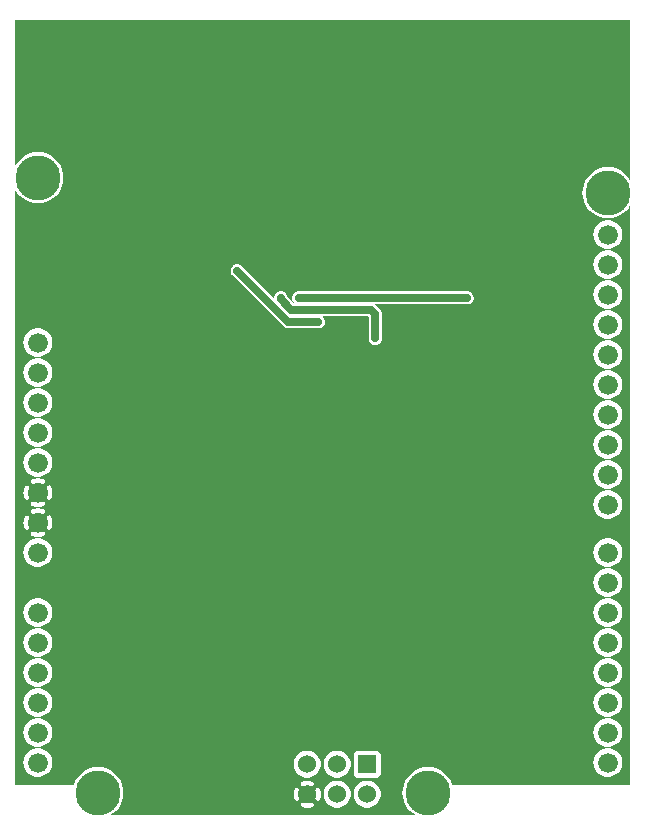
<source format=gbr>
G04 start of page 3 for group 1 idx 1 *
G04 Title: (unknown), solder *
G04 Creator: pcb 4.0.2 *
G04 CreationDate: Thu Oct 28 20:11:09 2021 UTC *
G04 For: ndholmes *
G04 Format: Gerber/RS-274X *
G04 PCB-Dimensions (mil): 2100.00 2700.00 *
G04 PCB-Coordinate-Origin: lower left *
%MOIN*%
%FSLAX25Y25*%
%LNBOTTOM*%
%ADD28C,0.1285*%
%ADD27C,0.0380*%
%ADD26C,0.0120*%
%ADD25C,0.0240*%
%ADD24C,0.0600*%
%ADD23C,0.1500*%
%ADD22C,0.0660*%
%ADD21C,0.0250*%
%ADD20C,0.0001*%
G54D20*G36*
X13876Y115000D02*X22500D01*
Y95000D01*
X13876D01*
Y97635D01*
X13978Y97666D01*
X14085Y97717D01*
X14182Y97784D01*
X14267Y97866D01*
X14339Y97960D01*
X14392Y98065D01*
X14557Y98476D01*
X14678Y98902D01*
X14759Y99337D01*
X14800Y99778D01*
Y100222D01*
X14759Y100663D01*
X14678Y101098D01*
X14557Y101524D01*
X14397Y101937D01*
X14342Y102042D01*
X14270Y102137D01*
X14184Y102219D01*
X14087Y102286D01*
X13980Y102338D01*
X13876Y102369D01*
Y107635D01*
X13978Y107666D01*
X14085Y107717D01*
X14182Y107784D01*
X14267Y107866D01*
X14339Y107960D01*
X14392Y108065D01*
X14557Y108476D01*
X14678Y108902D01*
X14759Y109337D01*
X14800Y109778D01*
Y110222D01*
X14759Y110663D01*
X14678Y111098D01*
X14557Y111524D01*
X14397Y111937D01*
X14342Y112042D01*
X14270Y112137D01*
X14184Y112219D01*
X14087Y112286D01*
X13980Y112338D01*
X13876Y112369D01*
Y115000D01*
G37*
G36*
X10002D02*X13876D01*
Y112369D01*
X13866Y112372D01*
X13749Y112388D01*
X13630Y112385D01*
X13513Y112364D01*
X13401Y112325D01*
X13297Y112268D01*
X13203Y112197D01*
X13121Y112111D01*
X13053Y112013D01*
X13002Y111907D01*
X12967Y111793D01*
X12952Y111675D01*
X12954Y111557D01*
X12975Y111440D01*
X13017Y111329D01*
X13130Y111047D01*
X13213Y110754D01*
X13268Y110455D01*
X13296Y110152D01*
Y109848D01*
X13268Y109545D01*
X13213Y109246D01*
X13130Y108953D01*
X13020Y108669D01*
X12979Y108559D01*
X12958Y108443D01*
X12955Y108325D01*
X12971Y108208D01*
X13005Y108095D01*
X13056Y107988D01*
X13123Y107891D01*
X13205Y107806D01*
X13299Y107734D01*
X13403Y107679D01*
X13514Y107640D01*
X13630Y107618D01*
X13748Y107616D01*
X13865Y107632D01*
X13876Y107635D01*
Y102369D01*
X13866Y102372D01*
X13749Y102388D01*
X13630Y102385D01*
X13513Y102364D01*
X13401Y102325D01*
X13297Y102268D01*
X13203Y102197D01*
X13121Y102111D01*
X13053Y102013D01*
X13002Y101907D01*
X12967Y101793D01*
X12952Y101675D01*
X12954Y101557D01*
X12975Y101440D01*
X13017Y101329D01*
X13130Y101047D01*
X13213Y100754D01*
X13268Y100455D01*
X13296Y100152D01*
Y99848D01*
X13268Y99545D01*
X13213Y99246D01*
X13130Y98953D01*
X13020Y98669D01*
X12979Y98559D01*
X12958Y98443D01*
X12955Y98325D01*
X12971Y98208D01*
X13005Y98095D01*
X13056Y97988D01*
X13123Y97891D01*
X13205Y97806D01*
X13299Y97734D01*
X13403Y97679D01*
X13514Y97640D01*
X13630Y97618D01*
X13748Y97616D01*
X13865Y97632D01*
X13876Y97635D01*
Y95000D01*
X10002D01*
Y95200D01*
X10222D01*
X10663Y95241D01*
X11098Y95322D01*
X11524Y95443D01*
X11937Y95603D01*
X12042Y95658D01*
X12137Y95730D01*
X12219Y95816D01*
X12286Y95913D01*
X12338Y96020D01*
X12372Y96134D01*
X12388Y96251D01*
X12385Y96370D01*
X12364Y96487D01*
X12325Y96599D01*
X12268Y96703D01*
X12197Y96797D01*
X12111Y96879D01*
X12013Y96947D01*
X11907Y96998D01*
X11793Y97033D01*
X11675Y97048D01*
X11557Y97046D01*
X11440Y97025D01*
X11329Y96983D01*
X11047Y96870D01*
X10754Y96787D01*
X10455Y96732D01*
X10152Y96704D01*
X10002D01*
Y103296D01*
X10152D01*
X10455Y103268D01*
X10754Y103213D01*
X11047Y103130D01*
X11331Y103020D01*
X11441Y102979D01*
X11557Y102958D01*
X11675Y102955D01*
X11792Y102971D01*
X11905Y103005D01*
X12012Y103056D01*
X12109Y103123D01*
X12194Y103205D01*
X12266Y103299D01*
X12321Y103403D01*
X12360Y103514D01*
X12382Y103630D01*
X12384Y103748D01*
X12368Y103865D01*
X12334Y103978D01*
X12283Y104085D01*
X12216Y104182D01*
X12134Y104267D01*
X12040Y104339D01*
X11935Y104392D01*
X11524Y104557D01*
X11098Y104678D01*
X10663Y104759D01*
X10222Y104800D01*
X10002D01*
Y105200D01*
X10222D01*
X10663Y105241D01*
X11098Y105322D01*
X11524Y105443D01*
X11937Y105603D01*
X12042Y105658D01*
X12137Y105730D01*
X12219Y105816D01*
X12286Y105913D01*
X12338Y106020D01*
X12372Y106134D01*
X12388Y106251D01*
X12385Y106370D01*
X12364Y106487D01*
X12325Y106599D01*
X12268Y106703D01*
X12197Y106797D01*
X12111Y106879D01*
X12013Y106947D01*
X11907Y106998D01*
X11793Y107033D01*
X11675Y107048D01*
X11557Y107046D01*
X11440Y107025D01*
X11329Y106983D01*
X11047Y106870D01*
X10754Y106787D01*
X10455Y106732D01*
X10152Y106704D01*
X10002D01*
Y113296D01*
X10152D01*
X10455Y113268D01*
X10754Y113213D01*
X11047Y113130D01*
X11331Y113020D01*
X11441Y112979D01*
X11557Y112958D01*
X11675Y112955D01*
X11792Y112971D01*
X11905Y113005D01*
X12012Y113056D01*
X12109Y113123D01*
X12194Y113205D01*
X12266Y113299D01*
X12321Y113403D01*
X12360Y113514D01*
X12382Y113630D01*
X12384Y113748D01*
X12368Y113865D01*
X12334Y113978D01*
X12283Y114085D01*
X12216Y114182D01*
X12134Y114267D01*
X12040Y114339D01*
X11935Y114392D01*
X11524Y114557D01*
X11098Y114678D01*
X10663Y114759D01*
X10222Y114800D01*
X10002D01*
Y115000D01*
G37*
G36*
X6124D02*X10002D01*
Y114800D01*
X9778D01*
X9337Y114759D01*
X8902Y114678D01*
X8476Y114557D01*
X8063Y114397D01*
X7958Y114342D01*
X7863Y114270D01*
X7781Y114184D01*
X7714Y114087D01*
X7662Y113980D01*
X7628Y113866D01*
X7612Y113749D01*
X7615Y113630D01*
X7636Y113513D01*
X7675Y113401D01*
X7732Y113297D01*
X7803Y113203D01*
X7889Y113121D01*
X7987Y113053D01*
X8093Y113002D01*
X8207Y112967D01*
X8325Y112952D01*
X8443Y112954D01*
X8560Y112975D01*
X8671Y113017D01*
X8953Y113130D01*
X9246Y113213D01*
X9545Y113268D01*
X9848Y113296D01*
X10002D01*
Y106704D01*
X9848D01*
X9545Y106732D01*
X9246Y106787D01*
X8953Y106870D01*
X8669Y106980D01*
X8559Y107021D01*
X8443Y107042D01*
X8325Y107045D01*
X8208Y107029D01*
X8095Y106995D01*
X7988Y106944D01*
X7891Y106877D01*
X7806Y106795D01*
X7734Y106701D01*
X7679Y106597D01*
X7640Y106486D01*
X7618Y106370D01*
X7616Y106252D01*
X7632Y106135D01*
X7666Y106022D01*
X7717Y105915D01*
X7784Y105818D01*
X7866Y105733D01*
X7960Y105661D01*
X8065Y105608D01*
X8476Y105443D01*
X8902Y105322D01*
X9337Y105241D01*
X9778Y105200D01*
X10002D01*
Y104800D01*
X9778D01*
X9337Y104759D01*
X8902Y104678D01*
X8476Y104557D01*
X8063Y104397D01*
X7958Y104342D01*
X7863Y104270D01*
X7781Y104184D01*
X7714Y104087D01*
X7662Y103980D01*
X7628Y103866D01*
X7612Y103749D01*
X7615Y103630D01*
X7636Y103513D01*
X7675Y103401D01*
X7732Y103297D01*
X7803Y103203D01*
X7889Y103121D01*
X7987Y103053D01*
X8093Y103002D01*
X8207Y102967D01*
X8325Y102952D01*
X8443Y102954D01*
X8560Y102975D01*
X8671Y103017D01*
X8953Y103130D01*
X9246Y103213D01*
X9545Y103268D01*
X9848Y103296D01*
X10002D01*
Y96704D01*
X9848D01*
X9545Y96732D01*
X9246Y96787D01*
X8953Y96870D01*
X8669Y96980D01*
X8559Y97021D01*
X8443Y97042D01*
X8325Y97045D01*
X8208Y97029D01*
X8095Y96995D01*
X7988Y96944D01*
X7891Y96877D01*
X7806Y96795D01*
X7734Y96701D01*
X7679Y96597D01*
X7640Y96486D01*
X7618Y96370D01*
X7616Y96252D01*
X7632Y96135D01*
X7666Y96022D01*
X7717Y95915D01*
X7784Y95818D01*
X7866Y95733D01*
X7960Y95661D01*
X8065Y95608D01*
X8476Y95443D01*
X8902Y95322D01*
X9337Y95241D01*
X9778Y95200D01*
X10002D01*
Y95000D01*
X6124D01*
Y97631D01*
X6134Y97628D01*
X6251Y97612D01*
X6370Y97615D01*
X6487Y97636D01*
X6599Y97675D01*
X6703Y97732D01*
X6797Y97803D01*
X6879Y97889D01*
X6947Y97987D01*
X6998Y98093D01*
X7033Y98207D01*
X7048Y98325D01*
X7046Y98443D01*
X7025Y98560D01*
X6983Y98671D01*
X6870Y98953D01*
X6787Y99246D01*
X6732Y99545D01*
X6704Y99848D01*
Y100152D01*
X6732Y100455D01*
X6787Y100754D01*
X6870Y101047D01*
X6980Y101331D01*
X7021Y101441D01*
X7042Y101557D01*
X7045Y101675D01*
X7029Y101792D01*
X6995Y101905D01*
X6944Y102012D01*
X6877Y102109D01*
X6795Y102194D01*
X6701Y102266D01*
X6597Y102321D01*
X6486Y102360D01*
X6370Y102382D01*
X6252Y102384D01*
X6135Y102368D01*
X6124Y102365D01*
Y107631D01*
X6134Y107628D01*
X6251Y107612D01*
X6370Y107615D01*
X6487Y107636D01*
X6599Y107675D01*
X6703Y107732D01*
X6797Y107803D01*
X6879Y107889D01*
X6947Y107987D01*
X6998Y108093D01*
X7033Y108207D01*
X7048Y108325D01*
X7046Y108443D01*
X7025Y108560D01*
X6983Y108671D01*
X6870Y108953D01*
X6787Y109246D01*
X6732Y109545D01*
X6704Y109848D01*
Y110152D01*
X6732Y110455D01*
X6787Y110754D01*
X6870Y111047D01*
X6980Y111331D01*
X7021Y111441D01*
X7042Y111557D01*
X7045Y111675D01*
X7029Y111792D01*
X6995Y111905D01*
X6944Y112012D01*
X6877Y112109D01*
X6795Y112194D01*
X6701Y112266D01*
X6597Y112321D01*
X6486Y112360D01*
X6370Y112382D01*
X6252Y112384D01*
X6135Y112368D01*
X6124Y112365D01*
Y115000D01*
G37*
G36*
X4500D02*X6124D01*
Y112365D01*
X6022Y112334D01*
X5915Y112283D01*
X5818Y112216D01*
X5733Y112134D01*
X5661Y112040D01*
X5608Y111935D01*
X5443Y111524D01*
X5322Y111098D01*
X5241Y110663D01*
X5200Y110222D01*
Y109778D01*
X5241Y109337D01*
X5322Y108902D01*
X5443Y108476D01*
X5603Y108063D01*
X5658Y107958D01*
X5730Y107863D01*
X5816Y107781D01*
X5913Y107714D01*
X6020Y107662D01*
X6124Y107631D01*
Y102365D01*
X6022Y102334D01*
X5915Y102283D01*
X5818Y102216D01*
X5733Y102134D01*
X5661Y102040D01*
X5608Y101935D01*
X5443Y101524D01*
X5322Y101098D01*
X5241Y100663D01*
X5200Y100222D01*
Y99778D01*
X5241Y99337D01*
X5322Y98902D01*
X5443Y98476D01*
X5603Y98063D01*
X5658Y97958D01*
X5730Y97863D01*
X5816Y97781D01*
X5913Y97714D01*
X6020Y97662D01*
X6124Y97631D01*
Y95000D01*
X4500D01*
Y115000D01*
G37*
G36*
X119796Y14955D02*X123039Y14963D01*
X123268Y15018D01*
X123486Y15108D01*
X123688Y15232D01*
X123867Y15385D01*
X124020Y15564D01*
X124144Y15766D01*
X124234Y15984D01*
X124289Y16213D01*
X124303Y16449D01*
X124291Y22000D01*
X140000D01*
Y18526D01*
X138666Y18421D01*
X137365Y18109D01*
X136129Y17597D01*
X134988Y16898D01*
X133971Y16029D01*
X133102Y15012D01*
X132403Y13871D01*
X131891Y12635D01*
X131579Y11334D01*
X131474Y10000D01*
X131579Y8666D01*
X131891Y7365D01*
X132403Y6129D01*
X133102Y4988D01*
X133971Y3971D01*
X134988Y3102D01*
X135971Y2500D01*
X119796D01*
Y4935D01*
X119803Y4935D01*
X120509Y4991D01*
X121198Y5156D01*
X121852Y5427D01*
X122456Y5797D01*
X122995Y6257D01*
X123455Y6796D01*
X123825Y7400D01*
X124096Y8054D01*
X124261Y8743D01*
X124303Y9449D01*
X124261Y10155D01*
X124096Y10844D01*
X123825Y11498D01*
X123455Y12102D01*
X122995Y12641D01*
X122456Y13101D01*
X121852Y13471D01*
X121198Y13742D01*
X120509Y13907D01*
X119803Y13963D01*
X119796Y13962D01*
Y14955D01*
G37*
G36*
X109796Y14935D02*X109803Y14935D01*
X110509Y14991D01*
X111198Y15156D01*
X111852Y15427D01*
X112456Y15797D01*
X112995Y16257D01*
X113455Y16796D01*
X113825Y17400D01*
X114096Y18054D01*
X114261Y18743D01*
X114303Y19449D01*
X114261Y20155D01*
X114096Y20844D01*
X113825Y21498D01*
X113517Y22000D01*
X115304D01*
X115317Y16213D01*
X115372Y15984D01*
X115463Y15766D01*
X115586Y15564D01*
X115739Y15385D01*
X115919Y15232D01*
X116120Y15108D01*
X116338Y15018D01*
X116568Y14963D01*
X116803Y14949D01*
X119796Y14955D01*
Y13962D01*
X119097Y13907D01*
X118408Y13742D01*
X117754Y13471D01*
X117150Y13101D01*
X116611Y12641D01*
X116151Y12102D01*
X115781Y11498D01*
X115510Y10844D01*
X115345Y10155D01*
X115289Y9449D01*
X115345Y8743D01*
X115510Y8054D01*
X115781Y7400D01*
X116151Y6796D01*
X116611Y6257D01*
X117150Y5797D01*
X117754Y5427D01*
X118408Y5156D01*
X119097Y4991D01*
X119796Y4935D01*
Y2500D01*
X109796D01*
Y4935D01*
X109803Y4935D01*
X110509Y4991D01*
X111198Y5156D01*
X111852Y5427D01*
X112456Y5797D01*
X112995Y6257D01*
X113455Y6796D01*
X113825Y7400D01*
X114096Y8054D01*
X114261Y8743D01*
X114303Y9449D01*
X114261Y10155D01*
X114096Y10844D01*
X113825Y11498D01*
X113455Y12102D01*
X112995Y12641D01*
X112456Y13101D01*
X111852Y13471D01*
X111198Y13742D01*
X110509Y13907D01*
X109803Y13963D01*
X109796Y13962D01*
Y14935D01*
G37*
G36*
X103416Y16750D02*X103455Y16796D01*
X103825Y17400D01*
X104096Y18054D01*
X104261Y18743D01*
X104303Y19449D01*
X104261Y20155D01*
X104096Y20844D01*
X103825Y21498D01*
X103517Y22000D01*
X106089D01*
X105781Y21498D01*
X105510Y20844D01*
X105345Y20155D01*
X105289Y19449D01*
X105345Y18743D01*
X105510Y18054D01*
X105781Y17400D01*
X106151Y16796D01*
X106611Y16257D01*
X107150Y15797D01*
X107754Y15427D01*
X108408Y15156D01*
X109097Y14991D01*
X109796Y14935D01*
Y13962D01*
X109097Y13907D01*
X108408Y13742D01*
X107754Y13471D01*
X107150Y13101D01*
X106611Y12641D01*
X106151Y12102D01*
X105781Y11498D01*
X105510Y10844D01*
X105345Y10155D01*
X105289Y9449D01*
X105345Y8743D01*
X105510Y8054D01*
X105781Y7400D01*
X106151Y6796D01*
X106611Y6257D01*
X107150Y5797D01*
X107754Y5427D01*
X108408Y5156D01*
X109097Y4991D01*
X109796Y4935D01*
Y2500D01*
X103416D01*
Y7302D01*
X103459Y7309D01*
X103571Y7346D01*
X103676Y7401D01*
X103771Y7471D01*
X103854Y7555D01*
X103922Y7651D01*
X103973Y7757D01*
X104121Y8165D01*
X104225Y8586D01*
X104287Y9015D01*
X104308Y9449D01*
X104287Y9882D01*
X104225Y10312D01*
X104121Y10733D01*
X103978Y11142D01*
X103925Y11249D01*
X103856Y11345D01*
X103773Y11430D01*
X103678Y11500D01*
X103572Y11555D01*
X103460Y11592D01*
X103416Y11599D01*
Y16750D01*
G37*
G36*
X99805Y14935D02*X100509Y14991D01*
X101198Y15156D01*
X101852Y15427D01*
X102456Y15797D01*
X102995Y16257D01*
X103416Y16750D01*
Y11599D01*
X103343Y11612D01*
X103224Y11612D01*
X103107Y11595D01*
X102994Y11559D01*
X102888Y11506D01*
X102791Y11437D01*
X102707Y11354D01*
X102637Y11258D01*
X102582Y11153D01*
X102544Y11040D01*
X102525Y10923D01*
X102524Y10805D01*
X102542Y10687D01*
X102580Y10575D01*
X102679Y10304D01*
X102748Y10023D01*
X102789Y9737D01*
X102803Y9449D01*
X102789Y9160D01*
X102748Y8874D01*
X102679Y8594D01*
X102583Y8321D01*
X102545Y8209D01*
X102528Y8093D01*
X102529Y7975D01*
X102548Y7858D01*
X102585Y7746D01*
X102640Y7641D01*
X102710Y7546D01*
X102794Y7463D01*
X102890Y7395D01*
X102995Y7342D01*
X103108Y7306D01*
X103225Y7289D01*
X103343Y7290D01*
X103416Y7302D01*
Y2500D01*
X99805D01*
Y4944D01*
X100237Y4964D01*
X100666Y5027D01*
X101087Y5130D01*
X101497Y5274D01*
X101603Y5327D01*
X101700Y5396D01*
X101784Y5479D01*
X101854Y5574D01*
X101909Y5680D01*
X101946Y5792D01*
X101966Y5909D01*
X101967Y6028D01*
X101949Y6145D01*
X101913Y6258D01*
X101860Y6364D01*
X101791Y6461D01*
X101708Y6545D01*
X101612Y6615D01*
X101507Y6670D01*
X101395Y6708D01*
X101278Y6727D01*
X101159Y6728D01*
X101042Y6710D01*
X100930Y6672D01*
X100658Y6573D01*
X100378Y6504D01*
X100092Y6463D01*
X99805Y6449D01*
Y12449D01*
X100092Y12435D01*
X100378Y12393D01*
X100658Y12324D01*
X100931Y12229D01*
X101043Y12191D01*
X101159Y12173D01*
X101277Y12174D01*
X101394Y12194D01*
X101506Y12231D01*
X101611Y12285D01*
X101706Y12355D01*
X101788Y12439D01*
X101857Y12535D01*
X101910Y12641D01*
X101946Y12753D01*
X101963Y12870D01*
X101962Y12988D01*
X101943Y13105D01*
X101906Y13217D01*
X101851Y13322D01*
X101781Y13417D01*
X101697Y13499D01*
X101601Y13568D01*
X101495Y13619D01*
X101087Y13767D01*
X100666Y13871D01*
X100237Y13933D01*
X99805Y13954D01*
Y14935D01*
G37*
G36*
X96190Y16750D02*X96611Y16257D01*
X97150Y15797D01*
X97754Y15427D01*
X98408Y15156D01*
X99097Y14991D01*
X99803Y14935D01*
X99805Y14935D01*
Y13954D01*
X99803Y13954D01*
X99370Y13933D01*
X98940Y13871D01*
X98519Y13767D01*
X98110Y13624D01*
X98003Y13571D01*
X97907Y13502D01*
X97822Y13419D01*
X97752Y13323D01*
X97697Y13218D01*
X97660Y13106D01*
X97640Y12989D01*
X97640Y12870D01*
X97657Y12753D01*
X97693Y12640D01*
X97746Y12534D01*
X97815Y12437D01*
X97898Y12353D01*
X97994Y12282D01*
X98099Y12228D01*
X98212Y12190D01*
X98329Y12171D01*
X98447Y12170D01*
X98564Y12188D01*
X98677Y12226D01*
X98948Y12324D01*
X99229Y12393D01*
X99515Y12435D01*
X99803Y12449D01*
X99805Y12449D01*
Y6449D01*
X99803Y6449D01*
X99515Y6463D01*
X99229Y6504D01*
X98948Y6573D01*
X98675Y6669D01*
X98564Y6707D01*
X98447Y6724D01*
X98329Y6723D01*
X98212Y6704D01*
X98100Y6667D01*
X97996Y6612D01*
X97901Y6542D01*
X97818Y6458D01*
X97749Y6362D01*
X97696Y6257D01*
X97661Y6144D01*
X97643Y6027D01*
X97644Y5909D01*
X97663Y5793D01*
X97700Y5681D01*
X97755Y5576D01*
X97825Y5481D01*
X97909Y5398D01*
X98005Y5330D01*
X98111Y5279D01*
X98519Y5130D01*
X98940Y5027D01*
X99370Y4964D01*
X99803Y4944D01*
X99805Y4944D01*
Y2500D01*
X96190D01*
Y7298D01*
X96263Y7286D01*
X96382Y7285D01*
X96499Y7303D01*
X96612Y7339D01*
X96718Y7392D01*
X96815Y7461D01*
X96899Y7544D01*
X96970Y7639D01*
X97024Y7745D01*
X97062Y7857D01*
X97081Y7974D01*
X97082Y8093D01*
X97064Y8210D01*
X97026Y8322D01*
X96928Y8594D01*
X96859Y8874D01*
X96817Y9160D01*
X96803Y9449D01*
X96817Y9737D01*
X96859Y10023D01*
X96928Y10304D01*
X97023Y10577D01*
X97061Y10688D01*
X97079Y10805D01*
X97078Y10923D01*
X97058Y11040D01*
X97021Y11152D01*
X96967Y11256D01*
X96897Y11351D01*
X96813Y11434D01*
X96717Y11503D01*
X96611Y11556D01*
X96498Y11591D01*
X96382Y11609D01*
X96264Y11608D01*
X96190Y11596D01*
Y16750D01*
G37*
G36*
X30000Y22000D02*X96089D01*
X95781Y21498D01*
X95510Y20844D01*
X95345Y20155D01*
X95289Y19449D01*
X95345Y18743D01*
X95510Y18054D01*
X95781Y17400D01*
X96151Y16796D01*
X96190Y16750D01*
Y11596D01*
X96147Y11589D01*
X96035Y11551D01*
X95930Y11497D01*
X95835Y11427D01*
X95753Y11343D01*
X95684Y11247D01*
X95633Y11140D01*
X95485Y10733D01*
X95381Y10312D01*
X95319Y9882D01*
X95298Y9449D01*
X95319Y9015D01*
X95381Y8586D01*
X95485Y8165D01*
X95628Y7755D01*
X95681Y7649D01*
X95750Y7552D01*
X95833Y7468D01*
X95929Y7398D01*
X96034Y7343D01*
X96146Y7305D01*
X96190Y7298D01*
Y2500D01*
X34029D01*
X35012Y3102D01*
X36029Y3971D01*
X36898Y4988D01*
X37597Y6129D01*
X38109Y7365D01*
X38421Y8666D01*
X38500Y10000D01*
X38421Y11334D01*
X38109Y12635D01*
X37597Y13871D01*
X36898Y15012D01*
X36029Y16029D01*
X35012Y16898D01*
X33871Y17597D01*
X32635Y18109D01*
X31334Y18421D01*
X30000Y18526D01*
Y22000D01*
G37*
G36*
X199993Y201474D02*X200000Y201474D01*
X201334Y201579D01*
X202635Y201891D01*
X203871Y202403D01*
X205012Y203102D01*
X206029Y203971D01*
X206898Y204988D01*
X207500Y205971D01*
Y12500D01*
X199993D01*
Y15186D01*
X200000Y15185D01*
X200753Y15244D01*
X201488Y15421D01*
X202186Y15710D01*
X202830Y16105D01*
X203405Y16595D01*
X203895Y17170D01*
X204290Y17814D01*
X204579Y18512D01*
X204756Y19247D01*
X204800Y20000D01*
X204756Y20753D01*
X204579Y21488D01*
X204290Y22186D01*
X203895Y22830D01*
X203405Y23405D01*
X202830Y23895D01*
X202186Y24290D01*
X201488Y24579D01*
X200753Y24756D01*
X200000Y24815D01*
X199993Y24814D01*
Y25186D01*
X200000Y25185D01*
X200753Y25244D01*
X201488Y25421D01*
X202186Y25710D01*
X202830Y26105D01*
X203405Y26595D01*
X203895Y27170D01*
X204290Y27814D01*
X204579Y28512D01*
X204756Y29247D01*
X204800Y30000D01*
X204756Y30753D01*
X204579Y31488D01*
X204290Y32186D01*
X203895Y32830D01*
X203405Y33405D01*
X202830Y33895D01*
X202186Y34290D01*
X201488Y34579D01*
X200753Y34756D01*
X200000Y34815D01*
X199993Y34814D01*
Y35186D01*
X200000Y35185D01*
X200753Y35244D01*
X201488Y35421D01*
X202186Y35710D01*
X202830Y36105D01*
X203405Y36595D01*
X203895Y37170D01*
X204290Y37814D01*
X204579Y38512D01*
X204756Y39247D01*
X204800Y40000D01*
X204756Y40753D01*
X204579Y41488D01*
X204290Y42186D01*
X203895Y42830D01*
X203405Y43405D01*
X202830Y43895D01*
X202186Y44290D01*
X201488Y44579D01*
X200753Y44756D01*
X200000Y44815D01*
X199993Y44814D01*
Y45186D01*
X200000Y45185D01*
X200753Y45244D01*
X201488Y45421D01*
X202186Y45710D01*
X202830Y46105D01*
X203405Y46595D01*
X203895Y47170D01*
X204290Y47814D01*
X204579Y48512D01*
X204756Y49247D01*
X204800Y50000D01*
X204756Y50753D01*
X204579Y51488D01*
X204290Y52186D01*
X203895Y52830D01*
X203405Y53405D01*
X202830Y53895D01*
X202186Y54290D01*
X201488Y54579D01*
X200753Y54756D01*
X200000Y54815D01*
X199993Y54814D01*
Y55186D01*
X200000Y55185D01*
X200753Y55244D01*
X201488Y55421D01*
X202186Y55710D01*
X202830Y56105D01*
X203405Y56595D01*
X203895Y57170D01*
X204290Y57814D01*
X204579Y58512D01*
X204756Y59247D01*
X204800Y60000D01*
X204756Y60753D01*
X204579Y61488D01*
X204290Y62186D01*
X203895Y62830D01*
X203405Y63405D01*
X202830Y63895D01*
X202186Y64290D01*
X201488Y64579D01*
X200753Y64756D01*
X200000Y64815D01*
X199993Y64814D01*
Y65186D01*
X200000Y65185D01*
X200753Y65244D01*
X201488Y65421D01*
X202186Y65710D01*
X202830Y66105D01*
X203405Y66595D01*
X203895Y67170D01*
X204290Y67814D01*
X204579Y68512D01*
X204756Y69247D01*
X204800Y70000D01*
X204756Y70753D01*
X204579Y71488D01*
X204290Y72186D01*
X203895Y72830D01*
X203405Y73405D01*
X202830Y73895D01*
X202186Y74290D01*
X201488Y74579D01*
X200753Y74756D01*
X200000Y74815D01*
X199993Y74814D01*
Y75186D01*
X200000Y75185D01*
X200753Y75244D01*
X201488Y75421D01*
X202186Y75710D01*
X202830Y76105D01*
X203405Y76595D01*
X203895Y77170D01*
X204290Y77814D01*
X204579Y78512D01*
X204756Y79247D01*
X204800Y80000D01*
X204756Y80753D01*
X204579Y81488D01*
X204290Y82186D01*
X203895Y82830D01*
X203405Y83405D01*
X202830Y83895D01*
X202186Y84290D01*
X201488Y84579D01*
X200753Y84756D01*
X200000Y84815D01*
X199993Y84814D01*
Y85186D01*
X200000Y85185D01*
X200753Y85244D01*
X201488Y85421D01*
X202186Y85710D01*
X202830Y86105D01*
X203405Y86595D01*
X203895Y87170D01*
X204290Y87814D01*
X204579Y88512D01*
X204756Y89247D01*
X204800Y90000D01*
X204756Y90753D01*
X204579Y91488D01*
X204290Y92186D01*
X203895Y92830D01*
X203405Y93405D01*
X202830Y93895D01*
X202186Y94290D01*
X201488Y94579D01*
X200753Y94756D01*
X200000Y94815D01*
X199993Y94814D01*
Y101186D01*
X200000Y101185D01*
X200753Y101244D01*
X201488Y101421D01*
X202186Y101710D01*
X202830Y102105D01*
X203405Y102595D01*
X203895Y103170D01*
X204290Y103814D01*
X204579Y104512D01*
X204756Y105247D01*
X204800Y106000D01*
X204756Y106753D01*
X204579Y107488D01*
X204290Y108186D01*
X203895Y108830D01*
X203405Y109405D01*
X202830Y109895D01*
X202186Y110290D01*
X201488Y110579D01*
X200753Y110756D01*
X200000Y110815D01*
X199993Y110814D01*
Y111186D01*
X200000Y111185D01*
X200753Y111244D01*
X201488Y111421D01*
X202186Y111710D01*
X202830Y112105D01*
X203405Y112595D01*
X203895Y113170D01*
X204290Y113814D01*
X204579Y114512D01*
X204756Y115247D01*
X204800Y116000D01*
X204756Y116753D01*
X204579Y117488D01*
X204290Y118186D01*
X203895Y118830D01*
X203405Y119405D01*
X202830Y119895D01*
X202186Y120290D01*
X201488Y120579D01*
X200753Y120756D01*
X200000Y120815D01*
X199993Y120814D01*
Y121186D01*
X200000Y121185D01*
X200753Y121244D01*
X201488Y121421D01*
X202186Y121710D01*
X202830Y122105D01*
X203405Y122595D01*
X203895Y123170D01*
X204290Y123814D01*
X204579Y124512D01*
X204756Y125247D01*
X204800Y126000D01*
X204756Y126753D01*
X204579Y127488D01*
X204290Y128186D01*
X203895Y128830D01*
X203405Y129405D01*
X202830Y129895D01*
X202186Y130290D01*
X201488Y130579D01*
X200753Y130756D01*
X200000Y130815D01*
X199993Y130814D01*
Y131186D01*
X200000Y131185D01*
X200753Y131244D01*
X201488Y131421D01*
X202186Y131710D01*
X202830Y132105D01*
X203405Y132595D01*
X203895Y133170D01*
X204290Y133814D01*
X204579Y134512D01*
X204756Y135247D01*
X204800Y136000D01*
X204756Y136753D01*
X204579Y137488D01*
X204290Y138186D01*
X203895Y138830D01*
X203405Y139405D01*
X202830Y139895D01*
X202186Y140290D01*
X201488Y140579D01*
X200753Y140756D01*
X200000Y140815D01*
X199993Y140814D01*
Y141186D01*
X200000Y141185D01*
X200753Y141244D01*
X201488Y141421D01*
X202186Y141710D01*
X202830Y142105D01*
X203405Y142595D01*
X203895Y143170D01*
X204290Y143814D01*
X204579Y144512D01*
X204756Y145247D01*
X204800Y146000D01*
X204756Y146753D01*
X204579Y147488D01*
X204290Y148186D01*
X203895Y148830D01*
X203405Y149405D01*
X202830Y149895D01*
X202186Y150290D01*
X201488Y150579D01*
X200753Y150756D01*
X200000Y150815D01*
X199993Y150814D01*
Y151186D01*
X200000Y151185D01*
X200753Y151244D01*
X201488Y151421D01*
X202186Y151710D01*
X202830Y152105D01*
X203405Y152595D01*
X203895Y153170D01*
X204290Y153814D01*
X204579Y154512D01*
X204756Y155247D01*
X204800Y156000D01*
X204756Y156753D01*
X204579Y157488D01*
X204290Y158186D01*
X203895Y158830D01*
X203405Y159405D01*
X202830Y159895D01*
X202186Y160290D01*
X201488Y160579D01*
X200753Y160756D01*
X200000Y160815D01*
X199993Y160814D01*
Y161186D01*
X200000Y161185D01*
X200753Y161244D01*
X201488Y161421D01*
X202186Y161710D01*
X202830Y162105D01*
X203405Y162595D01*
X203895Y163170D01*
X204290Y163814D01*
X204579Y164512D01*
X204756Y165247D01*
X204800Y166000D01*
X204756Y166753D01*
X204579Y167488D01*
X204290Y168186D01*
X203895Y168830D01*
X203405Y169405D01*
X202830Y169895D01*
X202186Y170290D01*
X201488Y170579D01*
X200753Y170756D01*
X200000Y170815D01*
X199993Y170814D01*
Y171186D01*
X200000Y171185D01*
X200753Y171244D01*
X201488Y171421D01*
X202186Y171710D01*
X202830Y172105D01*
X203405Y172595D01*
X203895Y173170D01*
X204290Y173814D01*
X204579Y174512D01*
X204756Y175247D01*
X204800Y176000D01*
X204756Y176753D01*
X204579Y177488D01*
X204290Y178186D01*
X203895Y178830D01*
X203405Y179405D01*
X202830Y179895D01*
X202186Y180290D01*
X201488Y180579D01*
X200753Y180756D01*
X200000Y180815D01*
X199993Y180814D01*
Y181186D01*
X200000Y181185D01*
X200753Y181244D01*
X201488Y181421D01*
X202186Y181710D01*
X202830Y182105D01*
X203405Y182595D01*
X203895Y183170D01*
X204290Y183814D01*
X204579Y184512D01*
X204756Y185247D01*
X204800Y186000D01*
X204756Y186753D01*
X204579Y187488D01*
X204290Y188186D01*
X203895Y188830D01*
X203405Y189405D01*
X202830Y189895D01*
X202186Y190290D01*
X201488Y190579D01*
X200753Y190756D01*
X200000Y190815D01*
X199993Y190814D01*
Y191186D01*
X200000Y191185D01*
X200753Y191244D01*
X201488Y191421D01*
X202186Y191710D01*
X202830Y192105D01*
X203405Y192595D01*
X203895Y193170D01*
X204290Y193814D01*
X204579Y194512D01*
X204756Y195247D01*
X204800Y196000D01*
X204756Y196753D01*
X204579Y197488D01*
X204290Y198186D01*
X203895Y198830D01*
X203405Y199405D01*
X202830Y199895D01*
X202186Y200290D01*
X201488Y200579D01*
X200753Y200756D01*
X200000Y200815D01*
X199993Y200814D01*
Y201474D01*
G37*
G36*
Y267500D02*X207500D01*
Y214029D01*
X206898Y215012D01*
X206029Y216029D01*
X205012Y216898D01*
X203871Y217597D01*
X202635Y218109D01*
X201334Y218421D01*
X200000Y218526D01*
X199993Y218526D01*
Y267500D01*
G37*
G36*
X119803D02*X199993D01*
Y218526D01*
X198666Y218421D01*
X197365Y218109D01*
X196129Y217597D01*
X194988Y216898D01*
X193971Y216029D01*
X193102Y215012D01*
X192403Y213871D01*
X191891Y212635D01*
X191579Y211334D01*
X191474Y210000D01*
X191579Y208666D01*
X191891Y207365D01*
X192403Y206129D01*
X193102Y204988D01*
X193971Y203971D01*
X194988Y203102D01*
X196129Y202403D01*
X197365Y201891D01*
X198666Y201579D01*
X199993Y201474D01*
Y200814D01*
X199247Y200756D01*
X198512Y200579D01*
X197814Y200290D01*
X197170Y199895D01*
X196595Y199405D01*
X196105Y198830D01*
X195710Y198186D01*
X195421Y197488D01*
X195244Y196753D01*
X195185Y196000D01*
X195244Y195247D01*
X195421Y194512D01*
X195710Y193814D01*
X196105Y193170D01*
X196595Y192595D01*
X197170Y192105D01*
X197814Y191710D01*
X198512Y191421D01*
X199247Y191244D01*
X199993Y191186D01*
Y190814D01*
X199247Y190756D01*
X198512Y190579D01*
X197814Y190290D01*
X197170Y189895D01*
X196595Y189405D01*
X196105Y188830D01*
X195710Y188186D01*
X195421Y187488D01*
X195244Y186753D01*
X195185Y186000D01*
X195244Y185247D01*
X195421Y184512D01*
X195710Y183814D01*
X196105Y183170D01*
X196595Y182595D01*
X197170Y182105D01*
X197814Y181710D01*
X198512Y181421D01*
X199247Y181244D01*
X199993Y181186D01*
Y180814D01*
X199247Y180756D01*
X198512Y180579D01*
X197814Y180290D01*
X197170Y179895D01*
X196595Y179405D01*
X196105Y178830D01*
X195710Y178186D01*
X195421Y177488D01*
X195244Y176753D01*
X195185Y176000D01*
X195244Y175247D01*
X195421Y174512D01*
X195710Y173814D01*
X196105Y173170D01*
X196595Y172595D01*
X197170Y172105D01*
X197814Y171710D01*
X198512Y171421D01*
X199247Y171244D01*
X199993Y171186D01*
Y170814D01*
X199247Y170756D01*
X198512Y170579D01*
X197814Y170290D01*
X197170Y169895D01*
X196595Y169405D01*
X196105Y168830D01*
X195710Y168186D01*
X195421Y167488D01*
X195244Y166753D01*
X195185Y166000D01*
X195244Y165247D01*
X195421Y164512D01*
X195710Y163814D01*
X196105Y163170D01*
X196595Y162595D01*
X197170Y162105D01*
X197814Y161710D01*
X198512Y161421D01*
X199247Y161244D01*
X199993Y161186D01*
Y160814D01*
X199247Y160756D01*
X198512Y160579D01*
X197814Y160290D01*
X197170Y159895D01*
X196595Y159405D01*
X196105Y158830D01*
X195710Y158186D01*
X195421Y157488D01*
X195244Y156753D01*
X195185Y156000D01*
X195244Y155247D01*
X195421Y154512D01*
X195710Y153814D01*
X196105Y153170D01*
X196595Y152595D01*
X197170Y152105D01*
X197814Y151710D01*
X198512Y151421D01*
X199247Y151244D01*
X199993Y151186D01*
Y150814D01*
X199247Y150756D01*
X198512Y150579D01*
X197814Y150290D01*
X197170Y149895D01*
X196595Y149405D01*
X196105Y148830D01*
X195710Y148186D01*
X195421Y147488D01*
X195244Y146753D01*
X195185Y146000D01*
X195244Y145247D01*
X195421Y144512D01*
X195710Y143814D01*
X196105Y143170D01*
X196595Y142595D01*
X197170Y142105D01*
X197814Y141710D01*
X198512Y141421D01*
X199247Y141244D01*
X199993Y141186D01*
Y140814D01*
X199247Y140756D01*
X198512Y140579D01*
X197814Y140290D01*
X197170Y139895D01*
X196595Y139405D01*
X196105Y138830D01*
X195710Y138186D01*
X195421Y137488D01*
X195244Y136753D01*
X195185Y136000D01*
X195244Y135247D01*
X195421Y134512D01*
X195710Y133814D01*
X196105Y133170D01*
X196595Y132595D01*
X197170Y132105D01*
X197814Y131710D01*
X198512Y131421D01*
X199247Y131244D01*
X199993Y131186D01*
Y130814D01*
X199247Y130756D01*
X198512Y130579D01*
X197814Y130290D01*
X197170Y129895D01*
X196595Y129405D01*
X196105Y128830D01*
X195710Y128186D01*
X195421Y127488D01*
X195244Y126753D01*
X195185Y126000D01*
X195244Y125247D01*
X195421Y124512D01*
X195710Y123814D01*
X196105Y123170D01*
X196595Y122595D01*
X197170Y122105D01*
X197814Y121710D01*
X198512Y121421D01*
X199247Y121244D01*
X199993Y121186D01*
Y120814D01*
X199247Y120756D01*
X198512Y120579D01*
X197814Y120290D01*
X197170Y119895D01*
X196595Y119405D01*
X196105Y118830D01*
X195710Y118186D01*
X195421Y117488D01*
X195244Y116753D01*
X195185Y116000D01*
X195244Y115247D01*
X195421Y114512D01*
X195710Y113814D01*
X196105Y113170D01*
X196595Y112595D01*
X197170Y112105D01*
X197814Y111710D01*
X198512Y111421D01*
X199247Y111244D01*
X199993Y111186D01*
Y110814D01*
X199247Y110756D01*
X198512Y110579D01*
X197814Y110290D01*
X197170Y109895D01*
X196595Y109405D01*
X196105Y108830D01*
X195710Y108186D01*
X195421Y107488D01*
X195244Y106753D01*
X195185Y106000D01*
X195244Y105247D01*
X195421Y104512D01*
X195710Y103814D01*
X196105Y103170D01*
X196595Y102595D01*
X197170Y102105D01*
X197814Y101710D01*
X198512Y101421D01*
X199247Y101244D01*
X199993Y101186D01*
Y94814D01*
X199247Y94756D01*
X198512Y94579D01*
X197814Y94290D01*
X197170Y93895D01*
X196595Y93405D01*
X196105Y92830D01*
X195710Y92186D01*
X195421Y91488D01*
X195244Y90753D01*
X195185Y90000D01*
X195244Y89247D01*
X195421Y88512D01*
X195710Y87814D01*
X196105Y87170D01*
X196595Y86595D01*
X197170Y86105D01*
X197814Y85710D01*
X198512Y85421D01*
X199247Y85244D01*
X199993Y85186D01*
Y84814D01*
X199247Y84756D01*
X198512Y84579D01*
X197814Y84290D01*
X197170Y83895D01*
X196595Y83405D01*
X196105Y82830D01*
X195710Y82186D01*
X195421Y81488D01*
X195244Y80753D01*
X195185Y80000D01*
X195244Y79247D01*
X195421Y78512D01*
X195710Y77814D01*
X196105Y77170D01*
X196595Y76595D01*
X197170Y76105D01*
X197814Y75710D01*
X198512Y75421D01*
X199247Y75244D01*
X199993Y75186D01*
Y74814D01*
X199247Y74756D01*
X198512Y74579D01*
X197814Y74290D01*
X197170Y73895D01*
X196595Y73405D01*
X196105Y72830D01*
X195710Y72186D01*
X195421Y71488D01*
X195244Y70753D01*
X195185Y70000D01*
X195244Y69247D01*
X195421Y68512D01*
X195710Y67814D01*
X196105Y67170D01*
X196595Y66595D01*
X197170Y66105D01*
X197814Y65710D01*
X198512Y65421D01*
X199247Y65244D01*
X199993Y65186D01*
Y64814D01*
X199247Y64756D01*
X198512Y64579D01*
X197814Y64290D01*
X197170Y63895D01*
X196595Y63405D01*
X196105Y62830D01*
X195710Y62186D01*
X195421Y61488D01*
X195244Y60753D01*
X195185Y60000D01*
X195244Y59247D01*
X195421Y58512D01*
X195710Y57814D01*
X196105Y57170D01*
X196595Y56595D01*
X197170Y56105D01*
X197814Y55710D01*
X198512Y55421D01*
X199247Y55244D01*
X199993Y55186D01*
Y54814D01*
X199247Y54756D01*
X198512Y54579D01*
X197814Y54290D01*
X197170Y53895D01*
X196595Y53405D01*
X196105Y52830D01*
X195710Y52186D01*
X195421Y51488D01*
X195244Y50753D01*
X195185Y50000D01*
X195244Y49247D01*
X195421Y48512D01*
X195710Y47814D01*
X196105Y47170D01*
X196595Y46595D01*
X197170Y46105D01*
X197814Y45710D01*
X198512Y45421D01*
X199247Y45244D01*
X199993Y45186D01*
Y44814D01*
X199247Y44756D01*
X198512Y44579D01*
X197814Y44290D01*
X197170Y43895D01*
X196595Y43405D01*
X196105Y42830D01*
X195710Y42186D01*
X195421Y41488D01*
X195244Y40753D01*
X195185Y40000D01*
X195244Y39247D01*
X195421Y38512D01*
X195710Y37814D01*
X196105Y37170D01*
X196595Y36595D01*
X197170Y36105D01*
X197814Y35710D01*
X198512Y35421D01*
X199247Y35244D01*
X199993Y35186D01*
Y34814D01*
X199247Y34756D01*
X198512Y34579D01*
X197814Y34290D01*
X197170Y33895D01*
X196595Y33405D01*
X196105Y32830D01*
X195710Y32186D01*
X195421Y31488D01*
X195244Y30753D01*
X195185Y30000D01*
X195244Y29247D01*
X195421Y28512D01*
X195710Y27814D01*
X196105Y27170D01*
X196595Y26595D01*
X197170Y26105D01*
X197814Y25710D01*
X198512Y25421D01*
X199247Y25244D01*
X199993Y25186D01*
Y24814D01*
X199247Y24756D01*
X198512Y24579D01*
X197814Y24290D01*
X197170Y23895D01*
X196595Y23405D01*
X196105Y22830D01*
X195710Y22186D01*
X195421Y21488D01*
X195244Y20753D01*
X195185Y20000D01*
X195244Y19247D01*
X195421Y18512D01*
X195710Y17814D01*
X196105Y17170D01*
X196595Y16595D01*
X197170Y16105D01*
X197814Y15710D01*
X198512Y15421D01*
X199247Y15244D01*
X199993Y15186D01*
Y12500D01*
X148141D01*
X148109Y12635D01*
X147597Y13871D01*
X146898Y15012D01*
X146029Y16029D01*
X145012Y16898D01*
X143871Y17597D01*
X142635Y18109D01*
X141334Y18421D01*
X140000Y18526D01*
X138666Y18421D01*
X137365Y18109D01*
X136129Y17597D01*
X134988Y16898D01*
X133971Y16029D01*
X133102Y15012D01*
X132403Y13871D01*
X131891Y12635D01*
X131859Y12500D01*
X123115D01*
X122995Y12641D01*
X122456Y13101D01*
X121852Y13471D01*
X121198Y13742D01*
X120509Y13907D01*
X119803Y13963D01*
Y14956D01*
X123039Y14963D01*
X123268Y15018D01*
X123486Y15108D01*
X123688Y15232D01*
X123867Y15385D01*
X124020Y15564D01*
X124144Y15766D01*
X124234Y15984D01*
X124289Y16213D01*
X124303Y16449D01*
X124289Y22684D01*
X124234Y22914D01*
X124144Y23132D01*
X124020Y23333D01*
X123867Y23513D01*
X123688Y23666D01*
X123486Y23789D01*
X123268Y23880D01*
X123039Y23935D01*
X122803Y23949D01*
X119803Y23942D01*
Y168750D01*
X120068D01*
X120250Y168568D01*
Y161500D01*
X120271Y161147D01*
X120354Y160803D01*
X120489Y160475D01*
X120674Y160173D01*
X120904Y159904D01*
X121173Y159674D01*
X121475Y159489D01*
X121803Y159354D01*
X122147Y159271D01*
X122500Y159243D01*
X122853Y159271D01*
X123197Y159354D01*
X123525Y159489D01*
X123827Y159674D01*
X124096Y159904D01*
X124326Y160173D01*
X124511Y160475D01*
X124646Y160803D01*
X124729Y161147D01*
X124750Y161500D01*
Y169412D01*
X124757Y169500D01*
X124729Y169853D01*
X124646Y170197D01*
X124607Y170293D01*
X124511Y170525D01*
X124396Y170712D01*
X124326Y170827D01*
X124326Y170827D01*
X124096Y171096D01*
X124029Y171153D01*
X122653Y172529D01*
X122596Y172596D01*
X122415Y172750D01*
X153000D01*
X153353Y172771D01*
X153697Y172854D01*
X154025Y172989D01*
X154327Y173174D01*
X154596Y173404D01*
X154826Y173673D01*
X155011Y173975D01*
X155146Y174303D01*
X155229Y174647D01*
X155257Y175000D01*
X155229Y175353D01*
X155146Y175697D01*
X155011Y176025D01*
X154826Y176327D01*
X154596Y176596D01*
X154327Y176826D01*
X154025Y177011D01*
X153697Y177146D01*
X153353Y177229D01*
X153000Y177250D01*
X119803D01*
Y267500D01*
G37*
G36*
Y13963D02*X119097Y13907D01*
X118408Y13742D01*
X117754Y13471D01*
X117150Y13101D01*
X116611Y12641D01*
X116491Y12500D01*
X114750D01*
Y168750D01*
X119803D01*
Y23942D01*
X116568Y23935D01*
X116338Y23880D01*
X116120Y23789D01*
X115919Y23666D01*
X115739Y23513D01*
X115586Y23333D01*
X115463Y23132D01*
X115372Y22914D01*
X115317Y22684D01*
X115303Y22449D01*
X115317Y16213D01*
X115372Y15984D01*
X115463Y15766D01*
X115586Y15564D01*
X115739Y15385D01*
X115919Y15232D01*
X116120Y15108D01*
X116338Y15018D01*
X116568Y14963D01*
X116803Y14949D01*
X119803Y14956D01*
Y13963D01*
G37*
G36*
X114750Y267500D02*X119803D01*
Y177250D01*
X114750D01*
Y267500D01*
G37*
G36*
X109796Y168750D02*X114750D01*
Y12500D01*
X113115D01*
X112995Y12641D01*
X112456Y13101D01*
X111852Y13471D01*
X111198Y13742D01*
X110509Y13907D01*
X109803Y13963D01*
X109796Y13962D01*
Y14935D01*
X109803Y14935D01*
X110509Y14991D01*
X111198Y15156D01*
X111852Y15427D01*
X112456Y15797D01*
X112995Y16257D01*
X113455Y16796D01*
X113825Y17400D01*
X114096Y18054D01*
X114261Y18743D01*
X114303Y19449D01*
X114261Y20155D01*
X114096Y20844D01*
X113825Y21498D01*
X113455Y22102D01*
X112995Y22641D01*
X112456Y23101D01*
X111852Y23471D01*
X111198Y23742D01*
X110509Y23907D01*
X109803Y23963D01*
X109796Y23962D01*
Y168750D01*
G37*
G36*
Y267500D02*X114750D01*
Y177250D01*
X109796D01*
Y267500D01*
G37*
G36*
X99796Y164750D02*X103500D01*
X103853Y164771D01*
X104197Y164854D01*
X104525Y164989D01*
X104827Y165174D01*
X105096Y165404D01*
X105326Y165673D01*
X105511Y165975D01*
X105646Y166303D01*
X105729Y166647D01*
X105757Y167000D01*
X105729Y167353D01*
X105646Y167697D01*
X105511Y168025D01*
X105326Y168327D01*
X105096Y168596D01*
X104915Y168750D01*
X109796D01*
Y23962D01*
X109097Y23907D01*
X108408Y23742D01*
X107754Y23471D01*
X107150Y23101D01*
X106611Y22641D01*
X106151Y22102D01*
X105781Y21498D01*
X105510Y20844D01*
X105345Y20155D01*
X105289Y19449D01*
X105345Y18743D01*
X105510Y18054D01*
X105781Y17400D01*
X106151Y16796D01*
X106611Y16257D01*
X107150Y15797D01*
X107754Y15427D01*
X108408Y15156D01*
X109097Y14991D01*
X109796Y14935D01*
Y13962D01*
X109097Y13907D01*
X108408Y13742D01*
X107754Y13471D01*
X107150Y13101D01*
X106611Y12641D01*
X106491Y12500D01*
X101832D01*
X101857Y12535D01*
X101910Y12641D01*
X101946Y12753D01*
X101963Y12870D01*
X101962Y12988D01*
X101943Y13105D01*
X101906Y13217D01*
X101851Y13322D01*
X101781Y13417D01*
X101697Y13499D01*
X101601Y13568D01*
X101495Y13619D01*
X101087Y13767D01*
X100666Y13871D01*
X100237Y13933D01*
X99803Y13954D01*
X99796Y13954D01*
Y14935D01*
X99803Y14935D01*
X100509Y14991D01*
X101198Y15156D01*
X101852Y15427D01*
X102456Y15797D01*
X102995Y16257D01*
X103455Y16796D01*
X103825Y17400D01*
X104096Y18054D01*
X104261Y18743D01*
X104303Y19449D01*
X104261Y20155D01*
X104096Y20844D01*
X103825Y21498D01*
X103455Y22102D01*
X102995Y22641D01*
X102456Y23101D01*
X101852Y23471D01*
X101198Y23742D01*
X100509Y23907D01*
X99803Y23963D01*
X99796Y23962D01*
Y164750D01*
G37*
G36*
Y267500D02*X109796D01*
Y177250D01*
X99796D01*
Y267500D01*
G37*
G36*
X13876Y207406D02*X15012Y208102D01*
X16029Y208971D01*
X16898Y209988D01*
X17597Y211129D01*
X18109Y212365D01*
X18421Y213666D01*
X18500Y215000D01*
X18421Y216334D01*
X18109Y217635D01*
X17597Y218871D01*
X16898Y220012D01*
X16029Y221029D01*
X15012Y221898D01*
X13876Y222594D01*
Y267500D01*
X99796D01*
Y177250D01*
X97000D01*
X96647Y177229D01*
X96303Y177146D01*
X95975Y177011D01*
X95673Y176826D01*
X95404Y176596D01*
X95174Y176327D01*
X94989Y176025D01*
X94854Y175697D01*
X94771Y175353D01*
X94743Y175000D01*
X94771Y174647D01*
X94854Y174303D01*
X94989Y173975D01*
X95174Y173673D01*
X95404Y173404D01*
X95585Y173250D01*
X95432D01*
X93198Y175484D01*
X93146Y175697D01*
X93011Y176025D01*
X92826Y176327D01*
X92596Y176596D01*
X92327Y176826D01*
X92025Y177011D01*
X91697Y177146D01*
X91353Y177229D01*
X91000Y177257D01*
X90647Y177229D01*
X90303Y177146D01*
X89975Y177011D01*
X89673Y176826D01*
X89404Y176596D01*
X89174Y176327D01*
X88989Y176025D01*
X88854Y175697D01*
X88771Y175353D01*
X88750Y175000D01*
Y174932D01*
X78091Y185591D01*
X77827Y185826D01*
X77525Y186011D01*
X77197Y186146D01*
X76853Y186229D01*
X76500Y186257D01*
X76147Y186229D01*
X75803Y186146D01*
X75475Y186011D01*
X75173Y185826D01*
X74904Y185596D01*
X74674Y185327D01*
X74489Y185025D01*
X74354Y184697D01*
X74271Y184353D01*
X74243Y184000D01*
X74271Y183647D01*
X74354Y183303D01*
X74489Y182975D01*
X74674Y182673D01*
X74909Y182409D01*
X91847Y165471D01*
X91904Y165404D01*
X92173Y165174D01*
X92173Y165174D01*
X92361Y165059D01*
X92475Y164989D01*
X92803Y164854D01*
X93147Y164771D01*
X93147D01*
X93500Y164743D01*
X93588Y164750D01*
X99796D01*
Y23962D01*
X99097Y23907D01*
X98408Y23742D01*
X97754Y23471D01*
X97150Y23101D01*
X96611Y22641D01*
X96151Y22102D01*
X95781Y21498D01*
X95510Y20844D01*
X95345Y20155D01*
X95289Y19449D01*
X95345Y18743D01*
X95510Y18054D01*
X95781Y17400D01*
X96151Y16796D01*
X96611Y16257D01*
X97150Y15797D01*
X97754Y15427D01*
X98408Y15156D01*
X99097Y14991D01*
X99796Y14935D01*
Y13954D01*
X99370Y13933D01*
X98940Y13871D01*
X98519Y13767D01*
X98110Y13624D01*
X98003Y13571D01*
X97907Y13502D01*
X97822Y13419D01*
X97752Y13323D01*
X97697Y13218D01*
X97660Y13106D01*
X97640Y12989D01*
X97640Y12870D01*
X97657Y12753D01*
X97693Y12640D01*
X97746Y12534D01*
X97770Y12500D01*
X38141D01*
X38109Y12635D01*
X37597Y13871D01*
X36898Y15012D01*
X36029Y16029D01*
X35012Y16898D01*
X33871Y17597D01*
X32635Y18109D01*
X31334Y18421D01*
X30000Y18526D01*
X28666Y18421D01*
X27365Y18109D01*
X26129Y17597D01*
X24988Y16898D01*
X23971Y16029D01*
X23102Y15012D01*
X22403Y13871D01*
X21891Y12635D01*
X21859Y12500D01*
X13876D01*
Y17147D01*
X13895Y17170D01*
X14290Y17814D01*
X14579Y18512D01*
X14756Y19247D01*
X14800Y20000D01*
X14756Y20753D01*
X14579Y21488D01*
X14290Y22186D01*
X13895Y22830D01*
X13876Y22853D01*
Y27147D01*
X13895Y27170D01*
X14290Y27814D01*
X14579Y28512D01*
X14756Y29247D01*
X14800Y30000D01*
X14756Y30753D01*
X14579Y31488D01*
X14290Y32186D01*
X13895Y32830D01*
X13876Y32853D01*
Y37147D01*
X13895Y37170D01*
X14290Y37814D01*
X14579Y38512D01*
X14756Y39247D01*
X14800Y40000D01*
X14756Y40753D01*
X14579Y41488D01*
X14290Y42186D01*
X13895Y42830D01*
X13876Y42853D01*
Y47147D01*
X13895Y47170D01*
X14290Y47814D01*
X14579Y48512D01*
X14756Y49247D01*
X14800Y50000D01*
X14756Y50753D01*
X14579Y51488D01*
X14290Y52186D01*
X13895Y52830D01*
X13876Y52853D01*
Y57147D01*
X13895Y57170D01*
X14290Y57814D01*
X14579Y58512D01*
X14756Y59247D01*
X14800Y60000D01*
X14756Y60753D01*
X14579Y61488D01*
X14290Y62186D01*
X13895Y62830D01*
X13876Y62853D01*
Y67147D01*
X13895Y67170D01*
X14290Y67814D01*
X14579Y68512D01*
X14756Y69247D01*
X14800Y70000D01*
X14756Y70753D01*
X14579Y71488D01*
X14290Y72186D01*
X13895Y72830D01*
X13876Y72853D01*
Y87147D01*
X13895Y87170D01*
X14290Y87814D01*
X14579Y88512D01*
X14756Y89247D01*
X14800Y90000D01*
X14756Y90753D01*
X14579Y91488D01*
X14290Y92186D01*
X13895Y92830D01*
X13876Y92853D01*
Y97635D01*
X13978Y97666D01*
X14085Y97717D01*
X14182Y97784D01*
X14267Y97866D01*
X14339Y97960D01*
X14392Y98065D01*
X14557Y98476D01*
X14678Y98902D01*
X14759Y99337D01*
X14800Y99778D01*
Y100222D01*
X14759Y100663D01*
X14678Y101098D01*
X14557Y101524D01*
X14397Y101937D01*
X14342Y102042D01*
X14270Y102137D01*
X14184Y102219D01*
X14087Y102286D01*
X13980Y102338D01*
X13876Y102369D01*
Y107635D01*
X13978Y107666D01*
X14085Y107717D01*
X14182Y107784D01*
X14267Y107866D01*
X14339Y107960D01*
X14392Y108065D01*
X14557Y108476D01*
X14678Y108902D01*
X14759Y109337D01*
X14800Y109778D01*
Y110222D01*
X14759Y110663D01*
X14678Y111098D01*
X14557Y111524D01*
X14397Y111937D01*
X14342Y112042D01*
X14270Y112137D01*
X14184Y112219D01*
X14087Y112286D01*
X13980Y112338D01*
X13876Y112369D01*
Y117147D01*
X13895Y117170D01*
X14290Y117814D01*
X14579Y118512D01*
X14756Y119247D01*
X14800Y120000D01*
X14756Y120753D01*
X14579Y121488D01*
X14290Y122186D01*
X13895Y122830D01*
X13876Y122853D01*
Y127147D01*
X13895Y127170D01*
X14290Y127814D01*
X14579Y128512D01*
X14756Y129247D01*
X14800Y130000D01*
X14756Y130753D01*
X14579Y131488D01*
X14290Y132186D01*
X13895Y132830D01*
X13876Y132853D01*
Y137147D01*
X13895Y137170D01*
X14290Y137814D01*
X14579Y138512D01*
X14756Y139247D01*
X14800Y140000D01*
X14756Y140753D01*
X14579Y141488D01*
X14290Y142186D01*
X13895Y142830D01*
X13876Y142853D01*
Y147147D01*
X13895Y147170D01*
X14290Y147814D01*
X14579Y148512D01*
X14756Y149247D01*
X14800Y150000D01*
X14756Y150753D01*
X14579Y151488D01*
X14290Y152186D01*
X13895Y152830D01*
X13876Y152853D01*
Y157147D01*
X13895Y157170D01*
X14290Y157814D01*
X14579Y158512D01*
X14756Y159247D01*
X14800Y160000D01*
X14756Y160753D01*
X14579Y161488D01*
X14290Y162186D01*
X13895Y162830D01*
X13876Y162853D01*
Y207406D01*
G37*
G36*
Y152853D02*X13405Y153405D01*
X12830Y153895D01*
X12186Y154290D01*
X11488Y154579D01*
X10753Y154756D01*
X10000Y154815D01*
X9993Y154814D01*
Y155186D01*
X10000Y155185D01*
X10753Y155244D01*
X11488Y155421D01*
X12186Y155710D01*
X12830Y156105D01*
X13405Y156595D01*
X13876Y157147D01*
Y152853D01*
G37*
G36*
Y142853D02*X13405Y143405D01*
X12830Y143895D01*
X12186Y144290D01*
X11488Y144579D01*
X10753Y144756D01*
X10000Y144815D01*
X9993Y144814D01*
Y145186D01*
X10000Y145185D01*
X10753Y145244D01*
X11488Y145421D01*
X12186Y145710D01*
X12830Y146105D01*
X13405Y146595D01*
X13876Y147147D01*
Y142853D01*
G37*
G36*
Y132853D02*X13405Y133405D01*
X12830Y133895D01*
X12186Y134290D01*
X11488Y134579D01*
X10753Y134756D01*
X10000Y134815D01*
X9993Y134814D01*
Y135186D01*
X10000Y135185D01*
X10753Y135244D01*
X11488Y135421D01*
X12186Y135710D01*
X12830Y136105D01*
X13405Y136595D01*
X13876Y137147D01*
Y132853D01*
G37*
G36*
Y122853D02*X13405Y123405D01*
X12830Y123895D01*
X12186Y124290D01*
X11488Y124579D01*
X10753Y124756D01*
X10000Y124815D01*
X9993Y124814D01*
Y125186D01*
X10000Y125185D01*
X10753Y125244D01*
X11488Y125421D01*
X12186Y125710D01*
X12830Y126105D01*
X13405Y126595D01*
X13876Y127147D01*
Y122853D01*
G37*
G36*
Y92853D02*X13405Y93405D01*
X12830Y93895D01*
X12186Y94290D01*
X11488Y94579D01*
X10753Y94756D01*
X10000Y94815D01*
X9993Y94814D01*
Y95200D01*
X10222D01*
X10663Y95241D01*
X11098Y95322D01*
X11524Y95443D01*
X11937Y95603D01*
X12042Y95658D01*
X12137Y95730D01*
X12219Y95816D01*
X12286Y95913D01*
X12338Y96020D01*
X12372Y96134D01*
X12388Y96251D01*
X12385Y96370D01*
X12364Y96487D01*
X12325Y96599D01*
X12268Y96703D01*
X12197Y96797D01*
X12111Y96879D01*
X12013Y96947D01*
X11907Y96998D01*
X11793Y97033D01*
X11675Y97048D01*
X11557Y97046D01*
X11440Y97025D01*
X11329Y96983D01*
X11047Y96870D01*
X10754Y96787D01*
X10455Y96732D01*
X10152Y96704D01*
X9993D01*
Y103296D01*
X10152D01*
X10455Y103268D01*
X10754Y103213D01*
X11047Y103130D01*
X11331Y103020D01*
X11441Y102979D01*
X11557Y102958D01*
X11675Y102955D01*
X11792Y102971D01*
X11905Y103005D01*
X12012Y103056D01*
X12109Y103123D01*
X12194Y103205D01*
X12266Y103299D01*
X12321Y103403D01*
X12360Y103514D01*
X12382Y103630D01*
X12384Y103748D01*
X12368Y103865D01*
X12334Y103978D01*
X12283Y104085D01*
X12216Y104182D01*
X12134Y104267D01*
X12040Y104339D01*
X11935Y104392D01*
X11524Y104557D01*
X11098Y104678D01*
X10663Y104759D01*
X10222Y104800D01*
X9993D01*
Y105200D01*
X10222D01*
X10663Y105241D01*
X11098Y105322D01*
X11524Y105443D01*
X11937Y105603D01*
X12042Y105658D01*
X12137Y105730D01*
X12219Y105816D01*
X12286Y105913D01*
X12338Y106020D01*
X12372Y106134D01*
X12388Y106251D01*
X12385Y106370D01*
X12364Y106487D01*
X12325Y106599D01*
X12268Y106703D01*
X12197Y106797D01*
X12111Y106879D01*
X12013Y106947D01*
X11907Y106998D01*
X11793Y107033D01*
X11675Y107048D01*
X11557Y107046D01*
X11440Y107025D01*
X11329Y106983D01*
X11047Y106870D01*
X10754Y106787D01*
X10455Y106732D01*
X10152Y106704D01*
X9993D01*
Y113296D01*
X10152D01*
X10455Y113268D01*
X10754Y113213D01*
X11047Y113130D01*
X11331Y113020D01*
X11441Y112979D01*
X11557Y112958D01*
X11675Y112955D01*
X11792Y112971D01*
X11905Y113005D01*
X12012Y113056D01*
X12109Y113123D01*
X12194Y113205D01*
X12266Y113299D01*
X12321Y113403D01*
X12360Y113514D01*
X12382Y113630D01*
X12384Y113748D01*
X12368Y113865D01*
X12334Y113978D01*
X12283Y114085D01*
X12216Y114182D01*
X12134Y114267D01*
X12040Y114339D01*
X11935Y114392D01*
X11524Y114557D01*
X11098Y114678D01*
X10663Y114759D01*
X10222Y114800D01*
X9993D01*
Y115186D01*
X10000Y115185D01*
X10753Y115244D01*
X11488Y115421D01*
X12186Y115710D01*
X12830Y116105D01*
X13405Y116595D01*
X13876Y117147D01*
Y112369D01*
X13866Y112372D01*
X13749Y112388D01*
X13630Y112385D01*
X13513Y112364D01*
X13401Y112325D01*
X13297Y112268D01*
X13203Y112197D01*
X13121Y112111D01*
X13053Y112013D01*
X13002Y111907D01*
X12967Y111793D01*
X12952Y111675D01*
X12954Y111557D01*
X12975Y111440D01*
X13017Y111329D01*
X13130Y111047D01*
X13213Y110754D01*
X13268Y110455D01*
X13296Y110152D01*
Y109848D01*
X13268Y109545D01*
X13213Y109246D01*
X13130Y108953D01*
X13020Y108669D01*
X12979Y108559D01*
X12958Y108443D01*
X12955Y108325D01*
X12971Y108208D01*
X13005Y108095D01*
X13056Y107988D01*
X13123Y107891D01*
X13205Y107806D01*
X13299Y107734D01*
X13403Y107679D01*
X13514Y107640D01*
X13630Y107618D01*
X13748Y107616D01*
X13865Y107632D01*
X13876Y107635D01*
Y102369D01*
X13866Y102372D01*
X13749Y102388D01*
X13630Y102385D01*
X13513Y102364D01*
X13401Y102325D01*
X13297Y102268D01*
X13203Y102197D01*
X13121Y102111D01*
X13053Y102013D01*
X13002Y101907D01*
X12967Y101793D01*
X12952Y101675D01*
X12954Y101557D01*
X12975Y101440D01*
X13017Y101329D01*
X13130Y101047D01*
X13213Y100754D01*
X13268Y100455D01*
X13296Y100152D01*
Y99848D01*
X13268Y99545D01*
X13213Y99246D01*
X13130Y98953D01*
X13020Y98669D01*
X12979Y98559D01*
X12958Y98443D01*
X12955Y98325D01*
X12971Y98208D01*
X13005Y98095D01*
X13056Y97988D01*
X13123Y97891D01*
X13205Y97806D01*
X13299Y97734D01*
X13403Y97679D01*
X13514Y97640D01*
X13630Y97618D01*
X13748Y97616D01*
X13865Y97632D01*
X13876Y97635D01*
Y92853D01*
G37*
G36*
Y72853D02*X13405Y73405D01*
X12830Y73895D01*
X12186Y74290D01*
X11488Y74579D01*
X10753Y74756D01*
X10000Y74815D01*
X9993Y74814D01*
Y85186D01*
X10000Y85185D01*
X10753Y85244D01*
X11488Y85421D01*
X12186Y85710D01*
X12830Y86105D01*
X13405Y86595D01*
X13876Y87147D01*
Y72853D01*
G37*
G36*
Y62853D02*X13405Y63405D01*
X12830Y63895D01*
X12186Y64290D01*
X11488Y64579D01*
X10753Y64756D01*
X10000Y64815D01*
X9993Y64814D01*
Y65186D01*
X10000Y65185D01*
X10753Y65244D01*
X11488Y65421D01*
X12186Y65710D01*
X12830Y66105D01*
X13405Y66595D01*
X13876Y67147D01*
Y62853D01*
G37*
G36*
Y52853D02*X13405Y53405D01*
X12830Y53895D01*
X12186Y54290D01*
X11488Y54579D01*
X10753Y54756D01*
X10000Y54815D01*
X9993Y54814D01*
Y55186D01*
X10000Y55185D01*
X10753Y55244D01*
X11488Y55421D01*
X12186Y55710D01*
X12830Y56105D01*
X13405Y56595D01*
X13876Y57147D01*
Y52853D01*
G37*
G36*
Y42853D02*X13405Y43405D01*
X12830Y43895D01*
X12186Y44290D01*
X11488Y44579D01*
X10753Y44756D01*
X10000Y44815D01*
X9993Y44814D01*
Y45186D01*
X10000Y45185D01*
X10753Y45244D01*
X11488Y45421D01*
X12186Y45710D01*
X12830Y46105D01*
X13405Y46595D01*
X13876Y47147D01*
Y42853D01*
G37*
G36*
Y32853D02*X13405Y33405D01*
X12830Y33895D01*
X12186Y34290D01*
X11488Y34579D01*
X10753Y34756D01*
X10000Y34815D01*
X9993Y34814D01*
Y35186D01*
X10000Y35185D01*
X10753Y35244D01*
X11488Y35421D01*
X12186Y35710D01*
X12830Y36105D01*
X13405Y36595D01*
X13876Y37147D01*
Y32853D01*
G37*
G36*
Y22853D02*X13405Y23405D01*
X12830Y23895D01*
X12186Y24290D01*
X11488Y24579D01*
X10753Y24756D01*
X10000Y24815D01*
X9993Y24814D01*
Y25186D01*
X10000Y25185D01*
X10753Y25244D01*
X11488Y25421D01*
X12186Y25710D01*
X12830Y26105D01*
X13405Y26595D01*
X13876Y27147D01*
Y22853D01*
G37*
G36*
Y12500D02*X9993D01*
Y15186D01*
X10000Y15185D01*
X10753Y15244D01*
X11488Y15421D01*
X12186Y15710D01*
X12830Y16105D01*
X13405Y16595D01*
X13876Y17147D01*
Y12500D01*
G37*
G36*
Y222594D02*X13871Y222597D01*
X12635Y223109D01*
X11334Y223421D01*
X10000Y223526D01*
X9993Y223526D01*
Y267500D01*
X13876D01*
Y222594D01*
G37*
G36*
X9993Y206474D02*X10000Y206474D01*
X11334Y206579D01*
X12635Y206891D01*
X13871Y207403D01*
X13876Y207406D01*
Y162853D01*
X13405Y163405D01*
X12830Y163895D01*
X12186Y164290D01*
X11488Y164579D01*
X10753Y164756D01*
X10000Y164815D01*
X9993Y164814D01*
Y206474D01*
G37*
G36*
Y223526D02*X8666Y223421D01*
X7365Y223109D01*
X6129Y222597D01*
X4988Y221898D01*
X3971Y221029D01*
X3102Y220012D01*
X2500Y219029D01*
Y267500D01*
X9993D01*
Y223526D01*
G37*
G36*
X6124Y17147D02*X6595Y16595D01*
X7170Y16105D01*
X7814Y15710D01*
X8512Y15421D01*
X9247Y15244D01*
X9993Y15186D01*
Y12500D01*
X6124D01*
Y17147D01*
G37*
G36*
Y27147D02*X6595Y26595D01*
X7170Y26105D01*
X7814Y25710D01*
X8512Y25421D01*
X9247Y25244D01*
X9993Y25186D01*
Y24814D01*
X9247Y24756D01*
X8512Y24579D01*
X7814Y24290D01*
X7170Y23895D01*
X6595Y23405D01*
X6124Y22853D01*
Y27147D01*
G37*
G36*
Y37147D02*X6595Y36595D01*
X7170Y36105D01*
X7814Y35710D01*
X8512Y35421D01*
X9247Y35244D01*
X9993Y35186D01*
Y34814D01*
X9247Y34756D01*
X8512Y34579D01*
X7814Y34290D01*
X7170Y33895D01*
X6595Y33405D01*
X6124Y32853D01*
Y37147D01*
G37*
G36*
Y47147D02*X6595Y46595D01*
X7170Y46105D01*
X7814Y45710D01*
X8512Y45421D01*
X9247Y45244D01*
X9993Y45186D01*
Y44814D01*
X9247Y44756D01*
X8512Y44579D01*
X7814Y44290D01*
X7170Y43895D01*
X6595Y43405D01*
X6124Y42853D01*
Y47147D01*
G37*
G36*
Y57147D02*X6595Y56595D01*
X7170Y56105D01*
X7814Y55710D01*
X8512Y55421D01*
X9247Y55244D01*
X9993Y55186D01*
Y54814D01*
X9247Y54756D01*
X8512Y54579D01*
X7814Y54290D01*
X7170Y53895D01*
X6595Y53405D01*
X6124Y52853D01*
Y57147D01*
G37*
G36*
Y67147D02*X6595Y66595D01*
X7170Y66105D01*
X7814Y65710D01*
X8512Y65421D01*
X9247Y65244D01*
X9993Y65186D01*
Y64814D01*
X9247Y64756D01*
X8512Y64579D01*
X7814Y64290D01*
X7170Y63895D01*
X6595Y63405D01*
X6124Y62853D01*
Y67147D01*
G37*
G36*
Y87147D02*X6595Y86595D01*
X7170Y86105D01*
X7814Y85710D01*
X8512Y85421D01*
X9247Y85244D01*
X9993Y85186D01*
Y74814D01*
X9247Y74756D01*
X8512Y74579D01*
X7814Y74290D01*
X7170Y73895D01*
X6595Y73405D01*
X6124Y72853D01*
Y87147D01*
G37*
G36*
Y117147D02*X6595Y116595D01*
X7170Y116105D01*
X7814Y115710D01*
X8512Y115421D01*
X9247Y115244D01*
X9993Y115186D01*
Y114800D01*
X9778D01*
X9337Y114759D01*
X8902Y114678D01*
X8476Y114557D01*
X8063Y114397D01*
X7958Y114342D01*
X7863Y114270D01*
X7781Y114184D01*
X7714Y114087D01*
X7662Y113980D01*
X7628Y113866D01*
X7612Y113749D01*
X7615Y113630D01*
X7636Y113513D01*
X7675Y113401D01*
X7732Y113297D01*
X7803Y113203D01*
X7889Y113121D01*
X7987Y113053D01*
X8093Y113002D01*
X8207Y112967D01*
X8325Y112952D01*
X8443Y112954D01*
X8560Y112975D01*
X8671Y113017D01*
X8953Y113130D01*
X9246Y113213D01*
X9545Y113268D01*
X9848Y113296D01*
X9993D01*
Y106704D01*
X9848D01*
X9545Y106732D01*
X9246Y106787D01*
X8953Y106870D01*
X8669Y106980D01*
X8559Y107021D01*
X8443Y107042D01*
X8325Y107045D01*
X8208Y107029D01*
X8095Y106995D01*
X7988Y106944D01*
X7891Y106877D01*
X7806Y106795D01*
X7734Y106701D01*
X7679Y106597D01*
X7640Y106486D01*
X7618Y106370D01*
X7616Y106252D01*
X7632Y106135D01*
X7666Y106022D01*
X7717Y105915D01*
X7784Y105818D01*
X7866Y105733D01*
X7960Y105661D01*
X8065Y105608D01*
X8476Y105443D01*
X8902Y105322D01*
X9337Y105241D01*
X9778Y105200D01*
X9993D01*
Y104800D01*
X9778D01*
X9337Y104759D01*
X8902Y104678D01*
X8476Y104557D01*
X8063Y104397D01*
X7958Y104342D01*
X7863Y104270D01*
X7781Y104184D01*
X7714Y104087D01*
X7662Y103980D01*
X7628Y103866D01*
X7612Y103749D01*
X7615Y103630D01*
X7636Y103513D01*
X7675Y103401D01*
X7732Y103297D01*
X7803Y103203D01*
X7889Y103121D01*
X7987Y103053D01*
X8093Y103002D01*
X8207Y102967D01*
X8325Y102952D01*
X8443Y102954D01*
X8560Y102975D01*
X8671Y103017D01*
X8953Y103130D01*
X9246Y103213D01*
X9545Y103268D01*
X9848Y103296D01*
X9993D01*
Y96704D01*
X9848D01*
X9545Y96732D01*
X9246Y96787D01*
X8953Y96870D01*
X8669Y96980D01*
X8559Y97021D01*
X8443Y97042D01*
X8325Y97045D01*
X8208Y97029D01*
X8095Y96995D01*
X7988Y96944D01*
X7891Y96877D01*
X7806Y96795D01*
X7734Y96701D01*
X7679Y96597D01*
X7640Y96486D01*
X7618Y96370D01*
X7616Y96252D01*
X7632Y96135D01*
X7666Y96022D01*
X7717Y95915D01*
X7784Y95818D01*
X7866Y95733D01*
X7960Y95661D01*
X8065Y95608D01*
X8476Y95443D01*
X8902Y95322D01*
X9337Y95241D01*
X9778Y95200D01*
X9993D01*
Y94814D01*
X9247Y94756D01*
X8512Y94579D01*
X7814Y94290D01*
X7170Y93895D01*
X6595Y93405D01*
X6124Y92853D01*
Y97631D01*
X6134Y97628D01*
X6251Y97612D01*
X6370Y97615D01*
X6487Y97636D01*
X6599Y97675D01*
X6703Y97732D01*
X6797Y97803D01*
X6879Y97889D01*
X6947Y97987D01*
X6998Y98093D01*
X7033Y98207D01*
X7048Y98325D01*
X7046Y98443D01*
X7025Y98560D01*
X6983Y98671D01*
X6870Y98953D01*
X6787Y99246D01*
X6732Y99545D01*
X6704Y99848D01*
Y100152D01*
X6732Y100455D01*
X6787Y100754D01*
X6870Y101047D01*
X6980Y101331D01*
X7021Y101441D01*
X7042Y101557D01*
X7045Y101675D01*
X7029Y101792D01*
X6995Y101905D01*
X6944Y102012D01*
X6877Y102109D01*
X6795Y102194D01*
X6701Y102266D01*
X6597Y102321D01*
X6486Y102360D01*
X6370Y102382D01*
X6252Y102384D01*
X6135Y102368D01*
X6124Y102365D01*
Y107631D01*
X6134Y107628D01*
X6251Y107612D01*
X6370Y107615D01*
X6487Y107636D01*
X6599Y107675D01*
X6703Y107732D01*
X6797Y107803D01*
X6879Y107889D01*
X6947Y107987D01*
X6998Y108093D01*
X7033Y108207D01*
X7048Y108325D01*
X7046Y108443D01*
X7025Y108560D01*
X6983Y108671D01*
X6870Y108953D01*
X6787Y109246D01*
X6732Y109545D01*
X6704Y109848D01*
Y110152D01*
X6732Y110455D01*
X6787Y110754D01*
X6870Y111047D01*
X6980Y111331D01*
X7021Y111441D01*
X7042Y111557D01*
X7045Y111675D01*
X7029Y111792D01*
X6995Y111905D01*
X6944Y112012D01*
X6877Y112109D01*
X6795Y112194D01*
X6701Y112266D01*
X6597Y112321D01*
X6486Y112360D01*
X6370Y112382D01*
X6252Y112384D01*
X6135Y112368D01*
X6124Y112365D01*
Y117147D01*
G37*
G36*
Y127147D02*X6595Y126595D01*
X7170Y126105D01*
X7814Y125710D01*
X8512Y125421D01*
X9247Y125244D01*
X9993Y125186D01*
Y124814D01*
X9247Y124756D01*
X8512Y124579D01*
X7814Y124290D01*
X7170Y123895D01*
X6595Y123405D01*
X6124Y122853D01*
Y127147D01*
G37*
G36*
Y137147D02*X6595Y136595D01*
X7170Y136105D01*
X7814Y135710D01*
X8512Y135421D01*
X9247Y135244D01*
X9993Y135186D01*
Y134814D01*
X9247Y134756D01*
X8512Y134579D01*
X7814Y134290D01*
X7170Y133895D01*
X6595Y133405D01*
X6124Y132853D01*
Y137147D01*
G37*
G36*
Y147147D02*X6595Y146595D01*
X7170Y146105D01*
X7814Y145710D01*
X8512Y145421D01*
X9247Y145244D01*
X9993Y145186D01*
Y144814D01*
X9247Y144756D01*
X8512Y144579D01*
X7814Y144290D01*
X7170Y143895D01*
X6595Y143405D01*
X6124Y142853D01*
Y147147D01*
G37*
G36*
Y157147D02*X6595Y156595D01*
X7170Y156105D01*
X7814Y155710D01*
X8512Y155421D01*
X9247Y155244D01*
X9993Y155186D01*
Y154814D01*
X9247Y154756D01*
X8512Y154579D01*
X7814Y154290D01*
X7170Y153895D01*
X6595Y153405D01*
X6124Y152853D01*
Y157147D01*
G37*
G36*
Y207406D02*X6129Y207403D01*
X7365Y206891D01*
X8666Y206579D01*
X9993Y206474D01*
Y164814D01*
X9247Y164756D01*
X8512Y164579D01*
X7814Y164290D01*
X7170Y163895D01*
X6595Y163405D01*
X6124Y162853D01*
Y207406D01*
G37*
G36*
X2500Y12500D02*Y210971D01*
X3102Y209988D01*
X3971Y208971D01*
X4988Y208102D01*
X6124Y207406D01*
Y162853D01*
X6105Y162830D01*
X5710Y162186D01*
X5421Y161488D01*
X5244Y160753D01*
X5185Y160000D01*
X5244Y159247D01*
X5421Y158512D01*
X5710Y157814D01*
X6105Y157170D01*
X6124Y157147D01*
Y152853D01*
X6105Y152830D01*
X5710Y152186D01*
X5421Y151488D01*
X5244Y150753D01*
X5185Y150000D01*
X5244Y149247D01*
X5421Y148512D01*
X5710Y147814D01*
X6105Y147170D01*
X6124Y147147D01*
Y142853D01*
X6105Y142830D01*
X5710Y142186D01*
X5421Y141488D01*
X5244Y140753D01*
X5185Y140000D01*
X5244Y139247D01*
X5421Y138512D01*
X5710Y137814D01*
X6105Y137170D01*
X6124Y137147D01*
Y132853D01*
X6105Y132830D01*
X5710Y132186D01*
X5421Y131488D01*
X5244Y130753D01*
X5185Y130000D01*
X5244Y129247D01*
X5421Y128512D01*
X5710Y127814D01*
X6105Y127170D01*
X6124Y127147D01*
Y122853D01*
X6105Y122830D01*
X5710Y122186D01*
X5421Y121488D01*
X5244Y120753D01*
X5185Y120000D01*
X5244Y119247D01*
X5421Y118512D01*
X5710Y117814D01*
X6105Y117170D01*
X6124Y117147D01*
Y112365D01*
X6022Y112334D01*
X5915Y112283D01*
X5818Y112216D01*
X5733Y112134D01*
X5661Y112040D01*
X5608Y111935D01*
X5443Y111524D01*
X5322Y111098D01*
X5241Y110663D01*
X5200Y110222D01*
Y109778D01*
X5241Y109337D01*
X5322Y108902D01*
X5443Y108476D01*
X5603Y108063D01*
X5658Y107958D01*
X5730Y107863D01*
X5816Y107781D01*
X5913Y107714D01*
X6020Y107662D01*
X6124Y107631D01*
Y102365D01*
X6022Y102334D01*
X5915Y102283D01*
X5818Y102216D01*
X5733Y102134D01*
X5661Y102040D01*
X5608Y101935D01*
X5443Y101524D01*
X5322Y101098D01*
X5241Y100663D01*
X5200Y100222D01*
Y99778D01*
X5241Y99337D01*
X5322Y98902D01*
X5443Y98476D01*
X5603Y98063D01*
X5658Y97958D01*
X5730Y97863D01*
X5816Y97781D01*
X5913Y97714D01*
X6020Y97662D01*
X6124Y97631D01*
Y92853D01*
X6105Y92830D01*
X5710Y92186D01*
X5421Y91488D01*
X5244Y90753D01*
X5185Y90000D01*
X5244Y89247D01*
X5421Y88512D01*
X5710Y87814D01*
X6105Y87170D01*
X6124Y87147D01*
Y72853D01*
X6105Y72830D01*
X5710Y72186D01*
X5421Y71488D01*
X5244Y70753D01*
X5185Y70000D01*
X5244Y69247D01*
X5421Y68512D01*
X5710Y67814D01*
X6105Y67170D01*
X6124Y67147D01*
Y62853D01*
X6105Y62830D01*
X5710Y62186D01*
X5421Y61488D01*
X5244Y60753D01*
X5185Y60000D01*
X5244Y59247D01*
X5421Y58512D01*
X5710Y57814D01*
X6105Y57170D01*
X6124Y57147D01*
Y52853D01*
X6105Y52830D01*
X5710Y52186D01*
X5421Y51488D01*
X5244Y50753D01*
X5185Y50000D01*
X5244Y49247D01*
X5421Y48512D01*
X5710Y47814D01*
X6105Y47170D01*
X6124Y47147D01*
Y42853D01*
X6105Y42830D01*
X5710Y42186D01*
X5421Y41488D01*
X5244Y40753D01*
X5185Y40000D01*
X5244Y39247D01*
X5421Y38512D01*
X5710Y37814D01*
X6105Y37170D01*
X6124Y37147D01*
Y32853D01*
X6105Y32830D01*
X5710Y32186D01*
X5421Y31488D01*
X5244Y30753D01*
X5185Y30000D01*
X5244Y29247D01*
X5421Y28512D01*
X5710Y27814D01*
X6105Y27170D01*
X6124Y27147D01*
Y22853D01*
X6105Y22830D01*
X5710Y22186D01*
X5421Y21488D01*
X5244Y20753D01*
X5185Y20000D01*
X5244Y19247D01*
X5421Y18512D01*
X5710Y17814D01*
X6105Y17170D01*
X6124Y17147D01*
Y12500D01*
X2500D01*
G37*
G54D21*X103500Y167000D02*X93500D01*
X94500Y171000D02*X121000D01*
X122500Y169500D01*
Y161500D01*
X91000Y175000D02*Y174500D01*
X94500Y171000D01*
X93500Y167000D02*X76500Y184000D01*
X97000Y175000D02*X153000D01*
G54D22*X200000Y20000D03*
Y30000D03*
Y40000D03*
Y50000D03*
Y60000D03*
Y70000D03*
G54D23*X140000Y10000D03*
G54D24*X119803Y9449D03*
X109803D03*
X99803D03*
G54D20*G36*
X116803Y22449D02*Y16449D01*
X122803D01*
Y22449D01*
X116803D01*
G37*
G54D24*X109803Y19449D03*
X99803D03*
G54D22*X10000Y130000D03*
Y120000D03*
Y110000D03*
Y100000D03*
Y160000D03*
Y150000D03*
Y140000D03*
G54D23*Y215000D03*
G54D22*Y90000D03*
Y70000D03*
Y60000D03*
Y50000D03*
Y40000D03*
Y30000D03*
Y20000D03*
G54D23*X30000Y10000D03*
G54D22*X200000Y80000D03*
Y90000D03*
Y106000D03*
Y116000D03*
Y126000D03*
Y136000D03*
Y146000D03*
Y156000D03*
Y166000D03*
Y176000D03*
Y186000D03*
Y196000D03*
G54D23*Y210000D03*
G54D25*X94000Y258500D03*
Y253000D03*
Y227500D03*
Y233000D03*
X53000Y230500D03*
X105000Y192000D03*
X125000D03*
X145000D03*
X85000D03*
X70000Y172500D03*
X81043Y172543D03*
X76500Y184000D03*
X27000Y184500D03*
X46000D03*
X97000Y175000D03*
X91000D03*
X103500Y167000D03*
X117000Y175000D03*
X119000Y171000D03*
X122500Y161500D03*
X137000Y175000D03*
X153000D03*
G54D26*G54D27*G54D28*G54D27*G54D28*G54D27*G54D28*G54D27*G54D28*M02*

</source>
